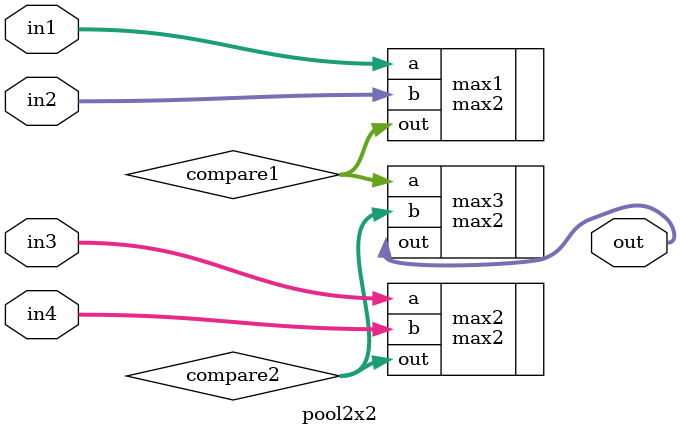
<source format=v>
`timescale 1ns / 1ps
module pool2x2(in1, in2, in3, in4, out);

parameter WL = 16;
parameter FL = 14;

input signed [(WL - 1):0] in1, in2, in3, in4;
output signed [(WL - 1):0] out;

wire signed [(WL - 1):0] compare1, compare2;

max2 #(.WL(WL), .FL(FL)) max1(
    .a(in1),
    .b(in2),
    .out(compare1)
);

max2 #(.WL(WL), .FL(FL)) max2(
    .a(in3),
    .b(in4),
    .out(compare2)
);

max2 #(.WL(WL), .FL(FL)) max3(
    .a(compare1),
    .b(compare2),
    .out(out)
);

endmodule

</source>
